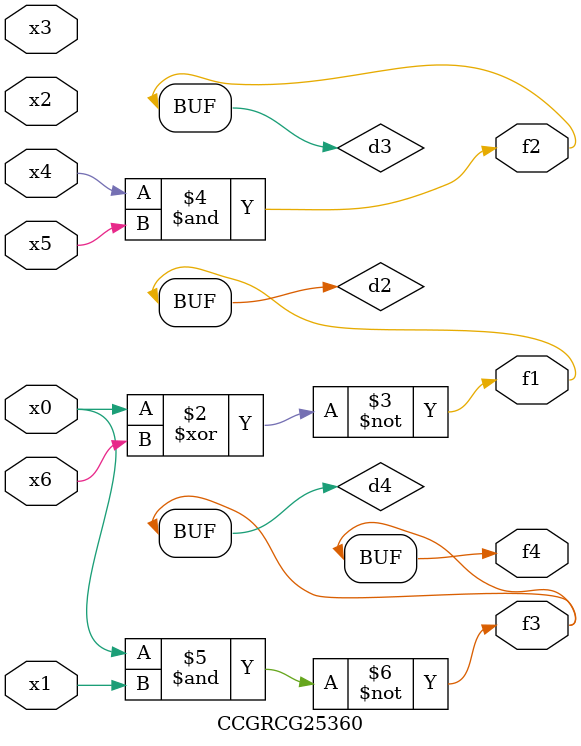
<source format=v>
module CCGRCG25360(
	input x0, x1, x2, x3, x4, x5, x6,
	output f1, f2, f3, f4
);

	wire d1, d2, d3, d4;

	nor (d1, x0);
	xnor (d2, x0, x6);
	and (d3, x4, x5);
	nand (d4, x0, x1);
	assign f1 = d2;
	assign f2 = d3;
	assign f3 = d4;
	assign f4 = d4;
endmodule

</source>
